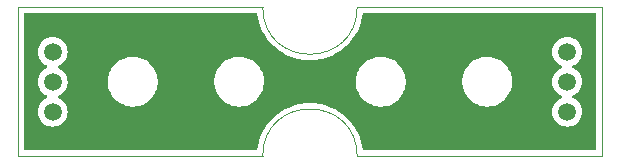
<source format=gbr>
%TF.GenerationSoftware,KiCad,Pcbnew,6.0.11-2627ca5db0~126~ubuntu20.04.1*%
%TF.CreationDate,2024-03-14T22:39:25-05:00*%
%TF.ProjectId,suqtagon-side,73757174-6167-46f6-9e2d-736964652e6b,rev?*%
%TF.SameCoordinates,Original*%
%TF.FileFunction,Copper,L2,Bot*%
%TF.FilePolarity,Positive*%
%FSLAX46Y46*%
G04 Gerber Fmt 4.6, Leading zero omitted, Abs format (unit mm)*
G04 Created by KiCad (PCBNEW 6.0.11-2627ca5db0~126~ubuntu20.04.1) date 2024-03-14 22:39:25*
%MOMM*%
%LPD*%
G01*
G04 APERTURE LIST*
%TA.AperFunction,Profile*%
%ADD10C,0.100000*%
%TD*%
%TA.AperFunction,ComponentPad*%
%ADD11C,1.500000*%
%TD*%
G04 APERTURE END LIST*
D10*
X120750000Y-100000000D02*
G75*
G03*
X128750000Y-100000000I4000000J0D01*
G01*
X128750000Y-100000000D02*
X149500000Y-100000000D01*
X100000000Y-100000000D02*
X120750000Y-100000000D01*
X100000000Y-112640000D02*
X120750000Y-112640000D01*
X128750000Y-112640000D02*
X149500000Y-112640000D01*
X149500000Y-100000000D02*
X149500000Y-112640000D01*
X128750000Y-112640000D02*
G75*
G03*
X120750000Y-112640000I-4000000J0D01*
G01*
X100000000Y-100000000D02*
X100000000Y-112640000D01*
D11*
%TO.P,REF\u002A\u002A,1*%
%TO.N,N/C*%
X102975000Y-106320000D03*
%TD*%
%TO.P,REF\u002A\u002A,1*%
%TO.N,N/C*%
X102975000Y-103780000D03*
%TD*%
%TO.P,REF\u002A\u002A,1*%
%TO.N,N/C*%
X146525000Y-103780000D03*
%TD*%
%TO.P,REF\u002A\u002A,1*%
%TO.N,N/C*%
X102975000Y-108860000D03*
%TD*%
%TO.P,REF\u002A\u002A,1*%
%TO.N,N/C*%
X146525000Y-108860000D03*
%TD*%
%TO.P,REF\u002A\u002A,1*%
%TO.N,N/C*%
X146525000Y-106320000D03*
%TD*%
%TA.AperFunction,NonConductor*%
G36*
X120227256Y-100528502D02*
G01*
X120273749Y-100582158D01*
X120283927Y-100617092D01*
X120313532Y-100829320D01*
X120408977Y-101235128D01*
X120541458Y-101630398D01*
X120709845Y-102011758D01*
X120912701Y-102375955D01*
X121148296Y-102719881D01*
X121150144Y-102722107D01*
X121150152Y-102722117D01*
X121351064Y-102964065D01*
X121414619Y-103040601D01*
X121709399Y-103335381D01*
X121711632Y-103337235D01*
X121711635Y-103337238D01*
X122027883Y-103599848D01*
X122027893Y-103599856D01*
X122030119Y-103601704D01*
X122374045Y-103837299D01*
X122376598Y-103838721D01*
X122674554Y-104004681D01*
X122738242Y-104040155D01*
X123119602Y-104208542D01*
X123514872Y-104341023D01*
X123517705Y-104341689D01*
X123517711Y-104341691D01*
X123676179Y-104378962D01*
X123920680Y-104436468D01*
X123923565Y-104436870D01*
X123923568Y-104436871D01*
X124195648Y-104474825D01*
X124333564Y-104494063D01*
X124336448Y-104494196D01*
X124336455Y-104494197D01*
X124747102Y-104513182D01*
X124750000Y-104513316D01*
X124752898Y-104513182D01*
X125163545Y-104494197D01*
X125163552Y-104494196D01*
X125166436Y-104494063D01*
X125304352Y-104474825D01*
X125576432Y-104436871D01*
X125576435Y-104436870D01*
X125579320Y-104436468D01*
X125823821Y-104378962D01*
X125982289Y-104341691D01*
X125982295Y-104341689D01*
X125985128Y-104341023D01*
X126380398Y-104208542D01*
X126761758Y-104040155D01*
X126825447Y-104004681D01*
X127123402Y-103838721D01*
X127125955Y-103837299D01*
X127469881Y-103601704D01*
X127472107Y-103599856D01*
X127472117Y-103599848D01*
X127788365Y-103337238D01*
X127788368Y-103337235D01*
X127790601Y-103335381D01*
X128085381Y-103040601D01*
X128148936Y-102964065D01*
X128349848Y-102722117D01*
X128349856Y-102722107D01*
X128351704Y-102719881D01*
X128587299Y-102375955D01*
X128790155Y-102011758D01*
X128958542Y-101630398D01*
X129091023Y-101235128D01*
X129186468Y-100829320D01*
X129216073Y-100617092D01*
X129245295Y-100552388D01*
X129304860Y-100513754D01*
X129340865Y-100508500D01*
X148865500Y-100508500D01*
X148933621Y-100528502D01*
X148980114Y-100582158D01*
X148991500Y-100634500D01*
X148991500Y-112005500D01*
X148971498Y-112073621D01*
X148917842Y-112120114D01*
X148865500Y-112131500D01*
X129340865Y-112131500D01*
X129272744Y-112111498D01*
X129226251Y-112057842D01*
X129216073Y-112022908D01*
X129186871Y-111813568D01*
X129186870Y-111813565D01*
X129186468Y-111810680D01*
X129091023Y-111404872D01*
X128958542Y-111009602D01*
X128790155Y-110628242D01*
X128587299Y-110264045D01*
X128351704Y-109920119D01*
X128349856Y-109917893D01*
X128349848Y-109917883D01*
X128087238Y-109601635D01*
X128087235Y-109601632D01*
X128085381Y-109599399D01*
X127790601Y-109304619D01*
X127788365Y-109302762D01*
X127472117Y-109040152D01*
X127472107Y-109040144D01*
X127469881Y-109038296D01*
X127209601Y-108860000D01*
X145261693Y-108860000D01*
X145280885Y-109079371D01*
X145337880Y-109292076D01*
X145340205Y-109297061D01*
X145428618Y-109486666D01*
X145428621Y-109486671D01*
X145430944Y-109491653D01*
X145434100Y-109496160D01*
X145434101Y-109496162D01*
X145506389Y-109599399D01*
X145557251Y-109672038D01*
X145712962Y-109827749D01*
X145893346Y-109954056D01*
X146092924Y-110047120D01*
X146305629Y-110104115D01*
X146525000Y-110123307D01*
X146744371Y-110104115D01*
X146957076Y-110047120D01*
X147156654Y-109954056D01*
X147337038Y-109827749D01*
X147492749Y-109672038D01*
X147543612Y-109599399D01*
X147615899Y-109496162D01*
X147615900Y-109496160D01*
X147619056Y-109491653D01*
X147621379Y-109486671D01*
X147621382Y-109486666D01*
X147709795Y-109297061D01*
X147712120Y-109292076D01*
X147769115Y-109079371D01*
X147788307Y-108860000D01*
X147769115Y-108640629D01*
X147712120Y-108427924D01*
X147668585Y-108334562D01*
X147621382Y-108233334D01*
X147621379Y-108233329D01*
X147619056Y-108228347D01*
X147602149Y-108204201D01*
X147495908Y-108052473D01*
X147495906Y-108052470D01*
X147492749Y-108047962D01*
X147337038Y-107892251D01*
X147156654Y-107765944D01*
X147151672Y-107763621D01*
X147151667Y-107763618D01*
X147024232Y-107704195D01*
X146970947Y-107657278D01*
X146951486Y-107589001D01*
X146972028Y-107521041D01*
X147024232Y-107475805D01*
X147151667Y-107416382D01*
X147151672Y-107416379D01*
X147156654Y-107414056D01*
X147315545Y-107302799D01*
X147332527Y-107290908D01*
X147332529Y-107290906D01*
X147337038Y-107287749D01*
X147492749Y-107132038D01*
X147562958Y-107031770D01*
X147615899Y-106956162D01*
X147615900Y-106956160D01*
X147619056Y-106951653D01*
X147621379Y-106946671D01*
X147621382Y-106946666D01*
X147709795Y-106757061D01*
X147712120Y-106752076D01*
X147769115Y-106539371D01*
X147788307Y-106320000D01*
X147769115Y-106100629D01*
X147712120Y-105887924D01*
X147668585Y-105794562D01*
X147621382Y-105693334D01*
X147621379Y-105693329D01*
X147619056Y-105688347D01*
X147574675Y-105624964D01*
X147495908Y-105512473D01*
X147495906Y-105512470D01*
X147492749Y-105507962D01*
X147337038Y-105352251D01*
X147320768Y-105340858D01*
X147257759Y-105296739D01*
X147156654Y-105225944D01*
X147151672Y-105223621D01*
X147151667Y-105223618D01*
X147024232Y-105164195D01*
X146970947Y-105117278D01*
X146951486Y-105049001D01*
X146972028Y-104981041D01*
X147024232Y-104935805D01*
X147151667Y-104876382D01*
X147151672Y-104876379D01*
X147156654Y-104874056D01*
X147337038Y-104747749D01*
X147492749Y-104592038D01*
X147541928Y-104521804D01*
X147615899Y-104416162D01*
X147615900Y-104416160D01*
X147619056Y-104411653D01*
X147621379Y-104406671D01*
X147621382Y-104406666D01*
X147674868Y-104291964D01*
X147712120Y-104212076D01*
X147769115Y-103999371D01*
X147788307Y-103780000D01*
X147769115Y-103560629D01*
X147712120Y-103347924D01*
X147638313Y-103189644D01*
X147621382Y-103153334D01*
X147621379Y-103153329D01*
X147619056Y-103148347D01*
X147545055Y-103042662D01*
X147495908Y-102972473D01*
X147495906Y-102972470D01*
X147492749Y-102967962D01*
X147337038Y-102812251D01*
X147156654Y-102685944D01*
X146957076Y-102592880D01*
X146744371Y-102535885D01*
X146525000Y-102516693D01*
X146305629Y-102535885D01*
X146092924Y-102592880D01*
X145999562Y-102636415D01*
X145898334Y-102683618D01*
X145898329Y-102683621D01*
X145893347Y-102685944D01*
X145888840Y-102689100D01*
X145888838Y-102689101D01*
X145717473Y-102809092D01*
X145717470Y-102809094D01*
X145712962Y-102812251D01*
X145557251Y-102967962D01*
X145554094Y-102972470D01*
X145554092Y-102972473D01*
X145504945Y-103042662D01*
X145430944Y-103148347D01*
X145428621Y-103153329D01*
X145428618Y-103153334D01*
X145411687Y-103189644D01*
X145337880Y-103347924D01*
X145280885Y-103560629D01*
X145261693Y-103780000D01*
X145280885Y-103999371D01*
X145337880Y-104212076D01*
X145375132Y-104291964D01*
X145428618Y-104406666D01*
X145428621Y-104406671D01*
X145430944Y-104411653D01*
X145434100Y-104416160D01*
X145434101Y-104416162D01*
X145508073Y-104521804D01*
X145557251Y-104592038D01*
X145712962Y-104747749D01*
X145893346Y-104874056D01*
X145898328Y-104876379D01*
X145898333Y-104876382D01*
X146025768Y-104935805D01*
X146079053Y-104982722D01*
X146098514Y-105050999D01*
X146077972Y-105118959D01*
X146025768Y-105164195D01*
X145898334Y-105223618D01*
X145898329Y-105223621D01*
X145893347Y-105225944D01*
X145888840Y-105229100D01*
X145888838Y-105229101D01*
X145717473Y-105349092D01*
X145717470Y-105349094D01*
X145712962Y-105352251D01*
X145557251Y-105507962D01*
X145554094Y-105512470D01*
X145554092Y-105512473D01*
X145475325Y-105624964D01*
X145430944Y-105688347D01*
X145428621Y-105693329D01*
X145428618Y-105693334D01*
X145381415Y-105794562D01*
X145337880Y-105887924D01*
X145280885Y-106100629D01*
X145261693Y-106320000D01*
X145280885Y-106539371D01*
X145337880Y-106752076D01*
X145340205Y-106757061D01*
X145428618Y-106946666D01*
X145428621Y-106946671D01*
X145430944Y-106951653D01*
X145434100Y-106956160D01*
X145434101Y-106956162D01*
X145487043Y-107031770D01*
X145557251Y-107132038D01*
X145712962Y-107287749D01*
X145717471Y-107290906D01*
X145717473Y-107290908D01*
X145734455Y-107302799D01*
X145893346Y-107414056D01*
X145898328Y-107416379D01*
X145898333Y-107416382D01*
X146025768Y-107475805D01*
X146079053Y-107522722D01*
X146098514Y-107590999D01*
X146077972Y-107658959D01*
X146025768Y-107704195D01*
X145898334Y-107763618D01*
X145898329Y-107763621D01*
X145893347Y-107765944D01*
X145888840Y-107769100D01*
X145888838Y-107769101D01*
X145717473Y-107889092D01*
X145717470Y-107889094D01*
X145712962Y-107892251D01*
X145557251Y-108047962D01*
X145554094Y-108052470D01*
X145554092Y-108052473D01*
X145447851Y-108204201D01*
X145430944Y-108228347D01*
X145428621Y-108233329D01*
X145428618Y-108233334D01*
X145381415Y-108334562D01*
X145337880Y-108427924D01*
X145280885Y-108640629D01*
X145261693Y-108860000D01*
X127209601Y-108860000D01*
X127125955Y-108802701D01*
X126844813Y-108646106D01*
X126764315Y-108601269D01*
X126764311Y-108601267D01*
X126761758Y-108599845D01*
X126380398Y-108431458D01*
X125985128Y-108298977D01*
X125982295Y-108298311D01*
X125982289Y-108298309D01*
X125771367Y-108248701D01*
X125579320Y-108203532D01*
X125576435Y-108203130D01*
X125576432Y-108203129D01*
X125169303Y-108146337D01*
X125169304Y-108146337D01*
X125166436Y-108145937D01*
X125163552Y-108145804D01*
X125163545Y-108145803D01*
X124752898Y-108126818D01*
X124750000Y-108126684D01*
X124747102Y-108126818D01*
X124336455Y-108145803D01*
X124336448Y-108145804D01*
X124333564Y-108145937D01*
X124330696Y-108146337D01*
X124330697Y-108146337D01*
X123923568Y-108203129D01*
X123923565Y-108203130D01*
X123920680Y-108203532D01*
X123728633Y-108248701D01*
X123517711Y-108298309D01*
X123517705Y-108298311D01*
X123514872Y-108298977D01*
X123119602Y-108431458D01*
X122738242Y-108599845D01*
X122735689Y-108601267D01*
X122735685Y-108601269D01*
X122655187Y-108646106D01*
X122374045Y-108802701D01*
X122030119Y-109038296D01*
X122027893Y-109040144D01*
X122027883Y-109040152D01*
X121711635Y-109302762D01*
X121709399Y-109304619D01*
X121414619Y-109599399D01*
X121412765Y-109601632D01*
X121412762Y-109601635D01*
X121150152Y-109917883D01*
X121150144Y-109917893D01*
X121148296Y-109920119D01*
X120912701Y-110264045D01*
X120709845Y-110628242D01*
X120541458Y-111009602D01*
X120408977Y-111404872D01*
X120313532Y-111810680D01*
X120313130Y-111813565D01*
X120313129Y-111813568D01*
X120283927Y-112022908D01*
X120254705Y-112087612D01*
X120195140Y-112126246D01*
X120159135Y-112131500D01*
X100634500Y-112131500D01*
X100566379Y-112111498D01*
X100519886Y-112057842D01*
X100508500Y-112005500D01*
X100508500Y-108860000D01*
X101711693Y-108860000D01*
X101730885Y-109079371D01*
X101787880Y-109292076D01*
X101790205Y-109297061D01*
X101878618Y-109486666D01*
X101878621Y-109486671D01*
X101880944Y-109491653D01*
X101884100Y-109496160D01*
X101884101Y-109496162D01*
X101956389Y-109599399D01*
X102007251Y-109672038D01*
X102162962Y-109827749D01*
X102343346Y-109954056D01*
X102542924Y-110047120D01*
X102755629Y-110104115D01*
X102975000Y-110123307D01*
X103194371Y-110104115D01*
X103407076Y-110047120D01*
X103606654Y-109954056D01*
X103787038Y-109827749D01*
X103942749Y-109672038D01*
X103993612Y-109599399D01*
X104065899Y-109496162D01*
X104065900Y-109496160D01*
X104069056Y-109491653D01*
X104071379Y-109486671D01*
X104071382Y-109486666D01*
X104159795Y-109297061D01*
X104162120Y-109292076D01*
X104219115Y-109079371D01*
X104238307Y-108860000D01*
X104219115Y-108640629D01*
X104162120Y-108427924D01*
X104118585Y-108334562D01*
X104071382Y-108233334D01*
X104071379Y-108233329D01*
X104069056Y-108228347D01*
X104052149Y-108204201D01*
X103945908Y-108052473D01*
X103945906Y-108052470D01*
X103942749Y-108047962D01*
X103787038Y-107892251D01*
X103606654Y-107765944D01*
X103601672Y-107763621D01*
X103601667Y-107763618D01*
X103474232Y-107704195D01*
X103420947Y-107657278D01*
X103401486Y-107589001D01*
X103422028Y-107521041D01*
X103474232Y-107475805D01*
X103601667Y-107416382D01*
X103601672Y-107416379D01*
X103606654Y-107414056D01*
X103765545Y-107302799D01*
X103782527Y-107290908D01*
X103782529Y-107290906D01*
X103787038Y-107287749D01*
X103942749Y-107132038D01*
X104012958Y-107031770D01*
X104065899Y-106956162D01*
X104065900Y-106956160D01*
X104069056Y-106951653D01*
X104071379Y-106946671D01*
X104071382Y-106946666D01*
X104159795Y-106757061D01*
X104162120Y-106752076D01*
X104219115Y-106539371D01*
X104226697Y-106452703D01*
X107640743Y-106452703D01*
X107678268Y-106737734D01*
X107679401Y-106741874D01*
X107679401Y-106741876D01*
X107683035Y-106755159D01*
X107754129Y-107015036D01*
X107866923Y-107279476D01*
X107878693Y-107299142D01*
X108011497Y-107521041D01*
X108014561Y-107526161D01*
X108194313Y-107750528D01*
X108211397Y-107766740D01*
X108347765Y-107896148D01*
X108402851Y-107948423D01*
X108636317Y-108116186D01*
X108640112Y-108118195D01*
X108640113Y-108118196D01*
X108661869Y-108129715D01*
X108890392Y-108250712D01*
X109160373Y-108349511D01*
X109441264Y-108410755D01*
X109469841Y-108413004D01*
X109664282Y-108428307D01*
X109664291Y-108428307D01*
X109666739Y-108428500D01*
X109822271Y-108428500D01*
X109824407Y-108428354D01*
X109824418Y-108428354D01*
X110032548Y-108414165D01*
X110032554Y-108414164D01*
X110036825Y-108413873D01*
X110041020Y-108413004D01*
X110041022Y-108413004D01*
X110177584Y-108384723D01*
X110318342Y-108355574D01*
X110589343Y-108259607D01*
X110844812Y-108127750D01*
X110848313Y-108125289D01*
X110848317Y-108125287D01*
X110963884Y-108044065D01*
X111080023Y-107962441D01*
X111290622Y-107766740D01*
X111472713Y-107544268D01*
X111622927Y-107299142D01*
X111626542Y-107290908D01*
X111736757Y-107039830D01*
X111738483Y-107035898D01*
X111763902Y-106946666D01*
X111816068Y-106763534D01*
X111817244Y-106759406D01*
X111857751Y-106474784D01*
X111857845Y-106456951D01*
X111857867Y-106452703D01*
X116640743Y-106452703D01*
X116678268Y-106737734D01*
X116679401Y-106741874D01*
X116679401Y-106741876D01*
X116683035Y-106755159D01*
X116754129Y-107015036D01*
X116866923Y-107279476D01*
X116878693Y-107299142D01*
X117011497Y-107521041D01*
X117014561Y-107526161D01*
X117194313Y-107750528D01*
X117211397Y-107766740D01*
X117347765Y-107896148D01*
X117402851Y-107948423D01*
X117636317Y-108116186D01*
X117640112Y-108118195D01*
X117640113Y-108118196D01*
X117661869Y-108129715D01*
X117890392Y-108250712D01*
X118160373Y-108349511D01*
X118441264Y-108410755D01*
X118469841Y-108413004D01*
X118664282Y-108428307D01*
X118664291Y-108428307D01*
X118666739Y-108428500D01*
X118822271Y-108428500D01*
X118824407Y-108428354D01*
X118824418Y-108428354D01*
X119032548Y-108414165D01*
X119032554Y-108414164D01*
X119036825Y-108413873D01*
X119041020Y-108413004D01*
X119041022Y-108413004D01*
X119177584Y-108384723D01*
X119318342Y-108355574D01*
X119589343Y-108259607D01*
X119844812Y-108127750D01*
X119848313Y-108125289D01*
X119848317Y-108125287D01*
X119963884Y-108044065D01*
X120080023Y-107962441D01*
X120290622Y-107766740D01*
X120472713Y-107544268D01*
X120622927Y-107299142D01*
X120626542Y-107290908D01*
X120736757Y-107039830D01*
X120738483Y-107035898D01*
X120763902Y-106946666D01*
X120816068Y-106763534D01*
X120817244Y-106759406D01*
X120857751Y-106474784D01*
X120857845Y-106456951D01*
X120857867Y-106452703D01*
X128640743Y-106452703D01*
X128678268Y-106737734D01*
X128679401Y-106741874D01*
X128679401Y-106741876D01*
X128683035Y-106755159D01*
X128754129Y-107015036D01*
X128866923Y-107279476D01*
X128878693Y-107299142D01*
X129011497Y-107521041D01*
X129014561Y-107526161D01*
X129194313Y-107750528D01*
X129211397Y-107766740D01*
X129347765Y-107896148D01*
X129402851Y-107948423D01*
X129636317Y-108116186D01*
X129640112Y-108118195D01*
X129640113Y-108118196D01*
X129661869Y-108129715D01*
X129890392Y-108250712D01*
X130160373Y-108349511D01*
X130441264Y-108410755D01*
X130469841Y-108413004D01*
X130664282Y-108428307D01*
X130664291Y-108428307D01*
X130666739Y-108428500D01*
X130822271Y-108428500D01*
X130824407Y-108428354D01*
X130824418Y-108428354D01*
X131032548Y-108414165D01*
X131032554Y-108414164D01*
X131036825Y-108413873D01*
X131041020Y-108413004D01*
X131041022Y-108413004D01*
X131177584Y-108384723D01*
X131318342Y-108355574D01*
X131589343Y-108259607D01*
X131844812Y-108127750D01*
X131848313Y-108125289D01*
X131848317Y-108125287D01*
X131963884Y-108044065D01*
X132080023Y-107962441D01*
X132290622Y-107766740D01*
X132472713Y-107544268D01*
X132622927Y-107299142D01*
X132626542Y-107290908D01*
X132736757Y-107039830D01*
X132738483Y-107035898D01*
X132763902Y-106946666D01*
X132816068Y-106763534D01*
X132817244Y-106759406D01*
X132857751Y-106474784D01*
X132857845Y-106456951D01*
X132857867Y-106452703D01*
X137640743Y-106452703D01*
X137678268Y-106737734D01*
X137679401Y-106741874D01*
X137679401Y-106741876D01*
X137683035Y-106755159D01*
X137754129Y-107015036D01*
X137866923Y-107279476D01*
X137878693Y-107299142D01*
X138011497Y-107521041D01*
X138014561Y-107526161D01*
X138194313Y-107750528D01*
X138211397Y-107766740D01*
X138347765Y-107896148D01*
X138402851Y-107948423D01*
X138636317Y-108116186D01*
X138640112Y-108118195D01*
X138640113Y-108118196D01*
X138661869Y-108129715D01*
X138890392Y-108250712D01*
X139160373Y-108349511D01*
X139441264Y-108410755D01*
X139469841Y-108413004D01*
X139664282Y-108428307D01*
X139664291Y-108428307D01*
X139666739Y-108428500D01*
X139822271Y-108428500D01*
X139824407Y-108428354D01*
X139824418Y-108428354D01*
X140032548Y-108414165D01*
X140032554Y-108414164D01*
X140036825Y-108413873D01*
X140041020Y-108413004D01*
X140041022Y-108413004D01*
X140177584Y-108384723D01*
X140318342Y-108355574D01*
X140589343Y-108259607D01*
X140844812Y-108127750D01*
X140848313Y-108125289D01*
X140848317Y-108125287D01*
X140963884Y-108044065D01*
X141080023Y-107962441D01*
X141290622Y-107766740D01*
X141472713Y-107544268D01*
X141622927Y-107299142D01*
X141626542Y-107290908D01*
X141736757Y-107039830D01*
X141738483Y-107035898D01*
X141763902Y-106946666D01*
X141816068Y-106763534D01*
X141817244Y-106759406D01*
X141857751Y-106474784D01*
X141857845Y-106456951D01*
X141859235Y-106191583D01*
X141859235Y-106191576D01*
X141859257Y-106187297D01*
X141821732Y-105902266D01*
X141819262Y-105893235D01*
X141764575Y-105693334D01*
X141745871Y-105624964D01*
X141633077Y-105360524D01*
X141554422Y-105229101D01*
X141487643Y-105117521D01*
X141487640Y-105117517D01*
X141485439Y-105113839D01*
X141305687Y-104889472D01*
X141156342Y-104747749D01*
X141100258Y-104694527D01*
X141100255Y-104694525D01*
X141097149Y-104691577D01*
X140863683Y-104523814D01*
X140841843Y-104512250D01*
X140806738Y-104493663D01*
X140609608Y-104389288D01*
X140339627Y-104290489D01*
X140058736Y-104229245D01*
X140027685Y-104226801D01*
X139835718Y-104211693D01*
X139835709Y-104211693D01*
X139833261Y-104211500D01*
X139677729Y-104211500D01*
X139675593Y-104211646D01*
X139675582Y-104211646D01*
X139467452Y-104225835D01*
X139467446Y-104225836D01*
X139463175Y-104226127D01*
X139458980Y-104226996D01*
X139458978Y-104226996D01*
X139322416Y-104255277D01*
X139181658Y-104284426D01*
X138910657Y-104380393D01*
X138655188Y-104512250D01*
X138651687Y-104514711D01*
X138651683Y-104514713D01*
X138641594Y-104521804D01*
X138419977Y-104677559D01*
X138209378Y-104873260D01*
X138027287Y-105095732D01*
X137877073Y-105340858D01*
X137875347Y-105344791D01*
X137875346Y-105344792D01*
X137872072Y-105352251D01*
X137761517Y-105604102D01*
X137760342Y-105608229D01*
X137760341Y-105608230D01*
X137722136Y-105742348D01*
X137682756Y-105880594D01*
X137642249Y-106165216D01*
X137642227Y-106169505D01*
X137642226Y-106169512D01*
X137641438Y-106320000D01*
X137640743Y-106452703D01*
X132857867Y-106452703D01*
X132859235Y-106191583D01*
X132859235Y-106191576D01*
X132859257Y-106187297D01*
X132821732Y-105902266D01*
X132819262Y-105893235D01*
X132764575Y-105693334D01*
X132745871Y-105624964D01*
X132633077Y-105360524D01*
X132554422Y-105229101D01*
X132487643Y-105117521D01*
X132487640Y-105117517D01*
X132485439Y-105113839D01*
X132305687Y-104889472D01*
X132156342Y-104747749D01*
X132100258Y-104694527D01*
X132100255Y-104694525D01*
X132097149Y-104691577D01*
X131863683Y-104523814D01*
X131841843Y-104512250D01*
X131806738Y-104493663D01*
X131609608Y-104389288D01*
X131339627Y-104290489D01*
X131058736Y-104229245D01*
X131027685Y-104226801D01*
X130835718Y-104211693D01*
X130835709Y-104211693D01*
X130833261Y-104211500D01*
X130677729Y-104211500D01*
X130675593Y-104211646D01*
X130675582Y-104211646D01*
X130467452Y-104225835D01*
X130467446Y-104225836D01*
X130463175Y-104226127D01*
X130458980Y-104226996D01*
X130458978Y-104226996D01*
X130322416Y-104255277D01*
X130181658Y-104284426D01*
X129910657Y-104380393D01*
X129655188Y-104512250D01*
X129651687Y-104514711D01*
X129651683Y-104514713D01*
X129641594Y-104521804D01*
X129419977Y-104677559D01*
X129209378Y-104873260D01*
X129027287Y-105095732D01*
X128877073Y-105340858D01*
X128875347Y-105344791D01*
X128875346Y-105344792D01*
X128872072Y-105352251D01*
X128761517Y-105604102D01*
X128760342Y-105608229D01*
X128760341Y-105608230D01*
X128722136Y-105742348D01*
X128682756Y-105880594D01*
X128642249Y-106165216D01*
X128642227Y-106169505D01*
X128642226Y-106169512D01*
X128641438Y-106320000D01*
X128640743Y-106452703D01*
X120857867Y-106452703D01*
X120859235Y-106191583D01*
X120859235Y-106191576D01*
X120859257Y-106187297D01*
X120821732Y-105902266D01*
X120819262Y-105893235D01*
X120764575Y-105693334D01*
X120745871Y-105624964D01*
X120633077Y-105360524D01*
X120554422Y-105229101D01*
X120487643Y-105117521D01*
X120487640Y-105117517D01*
X120485439Y-105113839D01*
X120305687Y-104889472D01*
X120156342Y-104747749D01*
X120100258Y-104694527D01*
X120100255Y-104694525D01*
X120097149Y-104691577D01*
X119863683Y-104523814D01*
X119841843Y-104512250D01*
X119806738Y-104493663D01*
X119609608Y-104389288D01*
X119339627Y-104290489D01*
X119058736Y-104229245D01*
X119027685Y-104226801D01*
X118835718Y-104211693D01*
X118835709Y-104211693D01*
X118833261Y-104211500D01*
X118677729Y-104211500D01*
X118675593Y-104211646D01*
X118675582Y-104211646D01*
X118467452Y-104225835D01*
X118467446Y-104225836D01*
X118463175Y-104226127D01*
X118458980Y-104226996D01*
X118458978Y-104226996D01*
X118322416Y-104255277D01*
X118181658Y-104284426D01*
X117910657Y-104380393D01*
X117655188Y-104512250D01*
X117651687Y-104514711D01*
X117651683Y-104514713D01*
X117641594Y-104521804D01*
X117419977Y-104677559D01*
X117209378Y-104873260D01*
X117027287Y-105095732D01*
X116877073Y-105340858D01*
X116875347Y-105344791D01*
X116875346Y-105344792D01*
X116872072Y-105352251D01*
X116761517Y-105604102D01*
X116760342Y-105608229D01*
X116760341Y-105608230D01*
X116722136Y-105742348D01*
X116682756Y-105880594D01*
X116642249Y-106165216D01*
X116642227Y-106169505D01*
X116642226Y-106169512D01*
X116641438Y-106320000D01*
X116640743Y-106452703D01*
X111857867Y-106452703D01*
X111859235Y-106191583D01*
X111859235Y-106191576D01*
X111859257Y-106187297D01*
X111821732Y-105902266D01*
X111819262Y-105893235D01*
X111764575Y-105693334D01*
X111745871Y-105624964D01*
X111633077Y-105360524D01*
X111554422Y-105229101D01*
X111487643Y-105117521D01*
X111487640Y-105117517D01*
X111485439Y-105113839D01*
X111305687Y-104889472D01*
X111156342Y-104747749D01*
X111100258Y-104694527D01*
X111100255Y-104694525D01*
X111097149Y-104691577D01*
X110863683Y-104523814D01*
X110841843Y-104512250D01*
X110806738Y-104493663D01*
X110609608Y-104389288D01*
X110339627Y-104290489D01*
X110058736Y-104229245D01*
X110027685Y-104226801D01*
X109835718Y-104211693D01*
X109835709Y-104211693D01*
X109833261Y-104211500D01*
X109677729Y-104211500D01*
X109675593Y-104211646D01*
X109675582Y-104211646D01*
X109467452Y-104225835D01*
X109467446Y-104225836D01*
X109463175Y-104226127D01*
X109458980Y-104226996D01*
X109458978Y-104226996D01*
X109322416Y-104255277D01*
X109181658Y-104284426D01*
X108910657Y-104380393D01*
X108655188Y-104512250D01*
X108651687Y-104514711D01*
X108651683Y-104514713D01*
X108641594Y-104521804D01*
X108419977Y-104677559D01*
X108209378Y-104873260D01*
X108027287Y-105095732D01*
X107877073Y-105340858D01*
X107875347Y-105344791D01*
X107875346Y-105344792D01*
X107872072Y-105352251D01*
X107761517Y-105604102D01*
X107760342Y-105608229D01*
X107760341Y-105608230D01*
X107722136Y-105742348D01*
X107682756Y-105880594D01*
X107642249Y-106165216D01*
X107642227Y-106169505D01*
X107642226Y-106169512D01*
X107641438Y-106320000D01*
X107640743Y-106452703D01*
X104226697Y-106452703D01*
X104238307Y-106320000D01*
X104219115Y-106100629D01*
X104162120Y-105887924D01*
X104118585Y-105794562D01*
X104071382Y-105693334D01*
X104071379Y-105693329D01*
X104069056Y-105688347D01*
X104024675Y-105624964D01*
X103945908Y-105512473D01*
X103945906Y-105512470D01*
X103942749Y-105507962D01*
X103787038Y-105352251D01*
X103770768Y-105340858D01*
X103707759Y-105296739D01*
X103606654Y-105225944D01*
X103601672Y-105223621D01*
X103601667Y-105223618D01*
X103474232Y-105164195D01*
X103420947Y-105117278D01*
X103401486Y-105049001D01*
X103422028Y-104981041D01*
X103474232Y-104935805D01*
X103601667Y-104876382D01*
X103601672Y-104876379D01*
X103606654Y-104874056D01*
X103787038Y-104747749D01*
X103942749Y-104592038D01*
X103991928Y-104521804D01*
X104065899Y-104416162D01*
X104065900Y-104416160D01*
X104069056Y-104411653D01*
X104071379Y-104406671D01*
X104071382Y-104406666D01*
X104124868Y-104291964D01*
X104162120Y-104212076D01*
X104219115Y-103999371D01*
X104238307Y-103780000D01*
X104219115Y-103560629D01*
X104162120Y-103347924D01*
X104088313Y-103189644D01*
X104071382Y-103153334D01*
X104071379Y-103153329D01*
X104069056Y-103148347D01*
X103995055Y-103042662D01*
X103945908Y-102972473D01*
X103945906Y-102972470D01*
X103942749Y-102967962D01*
X103787038Y-102812251D01*
X103606654Y-102685944D01*
X103407076Y-102592880D01*
X103194371Y-102535885D01*
X102975000Y-102516693D01*
X102755629Y-102535885D01*
X102542924Y-102592880D01*
X102449562Y-102636415D01*
X102348334Y-102683618D01*
X102348329Y-102683621D01*
X102343347Y-102685944D01*
X102338840Y-102689100D01*
X102338838Y-102689101D01*
X102167473Y-102809092D01*
X102167470Y-102809094D01*
X102162962Y-102812251D01*
X102007251Y-102967962D01*
X102004094Y-102972470D01*
X102004092Y-102972473D01*
X101954945Y-103042662D01*
X101880944Y-103148347D01*
X101878621Y-103153329D01*
X101878618Y-103153334D01*
X101861687Y-103189644D01*
X101787880Y-103347924D01*
X101730885Y-103560629D01*
X101711693Y-103780000D01*
X101730885Y-103999371D01*
X101787880Y-104212076D01*
X101825132Y-104291964D01*
X101878618Y-104406666D01*
X101878621Y-104406671D01*
X101880944Y-104411653D01*
X101884100Y-104416160D01*
X101884101Y-104416162D01*
X101958073Y-104521804D01*
X102007251Y-104592038D01*
X102162962Y-104747749D01*
X102343346Y-104874056D01*
X102348328Y-104876379D01*
X102348333Y-104876382D01*
X102475768Y-104935805D01*
X102529053Y-104982722D01*
X102548514Y-105050999D01*
X102527972Y-105118959D01*
X102475768Y-105164195D01*
X102348334Y-105223618D01*
X102348329Y-105223621D01*
X102343347Y-105225944D01*
X102338840Y-105229100D01*
X102338838Y-105229101D01*
X102167473Y-105349092D01*
X102167470Y-105349094D01*
X102162962Y-105352251D01*
X102007251Y-105507962D01*
X102004094Y-105512470D01*
X102004092Y-105512473D01*
X101925325Y-105624964D01*
X101880944Y-105688347D01*
X101878621Y-105693329D01*
X101878618Y-105693334D01*
X101831415Y-105794562D01*
X101787880Y-105887924D01*
X101730885Y-106100629D01*
X101711693Y-106320000D01*
X101730885Y-106539371D01*
X101787880Y-106752076D01*
X101790205Y-106757061D01*
X101878618Y-106946666D01*
X101878621Y-106946671D01*
X101880944Y-106951653D01*
X101884100Y-106956160D01*
X101884101Y-106956162D01*
X101937043Y-107031770D01*
X102007251Y-107132038D01*
X102162962Y-107287749D01*
X102167471Y-107290906D01*
X102167473Y-107290908D01*
X102184455Y-107302799D01*
X102343346Y-107414056D01*
X102348328Y-107416379D01*
X102348333Y-107416382D01*
X102475768Y-107475805D01*
X102529053Y-107522722D01*
X102548514Y-107590999D01*
X102527972Y-107658959D01*
X102475768Y-107704195D01*
X102348334Y-107763618D01*
X102348329Y-107763621D01*
X102343347Y-107765944D01*
X102338840Y-107769100D01*
X102338838Y-107769101D01*
X102167473Y-107889092D01*
X102167470Y-107889094D01*
X102162962Y-107892251D01*
X102007251Y-108047962D01*
X102004094Y-108052470D01*
X102004092Y-108052473D01*
X101897851Y-108204201D01*
X101880944Y-108228347D01*
X101878621Y-108233329D01*
X101878618Y-108233334D01*
X101831415Y-108334562D01*
X101787880Y-108427924D01*
X101730885Y-108640629D01*
X101711693Y-108860000D01*
X100508500Y-108860000D01*
X100508500Y-100634500D01*
X100528502Y-100566379D01*
X100582158Y-100519886D01*
X100634500Y-100508500D01*
X120159135Y-100508500D01*
X120227256Y-100528502D01*
G37*
%TD.AperFunction*%
M02*

</source>
